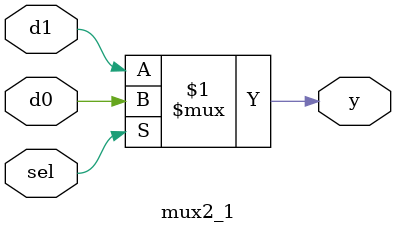
<source format=v>
module mux2_1(
  input sel,d0,d1,
  output y);
  assign y= sel? d0 : d1;
endmodule

</source>
